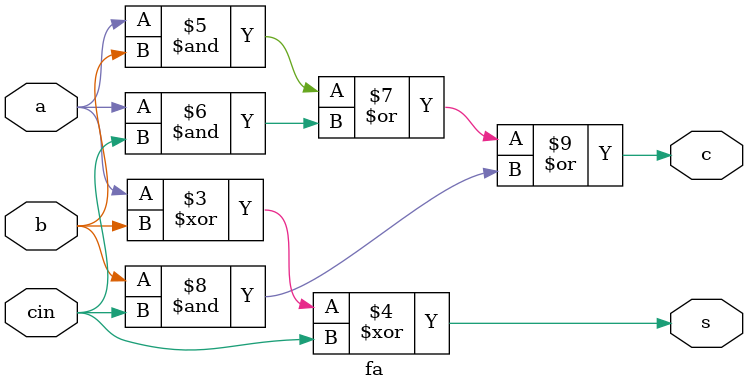
<source format=v>
`timescale 1ns / 1ps
module sixteenbitarraymultiplier(
    output [31:0] c,
    input [15:0] a,
    input [15:0] b
    );

reg [15:0]p[15:0];

//partialmulti pp(p,a,b);
integer i,j;
	always @(a or b)
	begin		
		for(i=0; i<=15; i=i+1)
		begin

			if(b[i] === 1)
			begin
			p[i]<=a;
			end
			else
			p[i] <=16'b0000000000000000;
		end


	end

buf(c[0],p[0][0]);

wire s10,s11,s12,s13,s14,s15,s16,s17,s18,s19,s110,s111,s112,s113,s114,s115,cout1,cin;
//buf(cin,1'b0);
//buf(cout1,1'b0);
singlelevel lv1(p[0][1],p[0][2],p[0][3],p[0][4],p[0][5],p[0][6],p[0][7],p[0][8],p[0][9],p[0][10],p[0][11],p[0][12],p[0][13],p[0][14],p[0][15],1'b0,p[1][0],p[1][1],p[1][2],p[1][3],p[1][4],p[1][5],p[1][6],p[1][7],p[1][8],p[1][9],p[1][10],p[1][11],p[1][12],p[1][13],p[1][14],p[1][15],s10,s11,s12,s13,s14,s15,s16,s17,s18,s19,s110,s111,s112,s113,s114,s115,cout1);
buf(c[1],s10);

wire s20,s21,s22,s23,s24,s25,s26,s27,s28,s29,s210,s211,s212,s213,s214,s215,cout2;
//buf(cout2,1'b0);
singlelevel lv2(s11,s12,s13,s14,s15,s16,s17,s18,s19,s110,s111,s112,s113,s114,s115,cout1,p[2][0],p[2][1],p[2][2],p[2][3],p[2][4],p[2][5],p[2][6],p[2][7],p[2][8],p[2][9],p[2][10],p[2][11],p[2][12],p[2][13],p[2][14],p[2][15],s20,s21,s22,s23,s24,s25,s26,s27,s28,s29,s210,s211,s212,s213,s214,s215,cout2);
buf(c[2],s20);

wire s30,s31,s32,s33,s34,s35,s36,s37,s38,s39,s310,s311,s312,s313,s314,s315,cout3;
//buf(cout3,1'b0);
singlelevel lv3(s21,s22,s23,s24,s25,s26,s27,s28,s29,s210,s211,s212,s213,s214,s215,cout2,p[3][0],p[3][1],p[3][2],p[3][3],p[3][4],p[3][5],p[3][6],p[3][7],p[3][8],p[3][9],p[3][10],p[3][11],p[3][12],p[3][13],p[3][14],p[3][15],s30,s31,s32,s33,s34,s35,s36,s37,s38,s39,s310,s311,s312,s313,s314,s315,cout3);
buf(c[3],s30);

wire s40,s41,s42,s43,s44,s45,s46,s47,s48,s49,s410,s411,s412,s413,s414,s415,cout4;
//buf(cout4,1'b0);
singlelevel lv4(s31,s32,s33,s34,s35,s36,s37,s38,s39,s310,s311,s312,s313,s314,s315,cout3,p[4][0],p[4][1],p[4][2],p[4][3],p[4][4],p[4][5],p[4][6],p[4][7],p[4][8],p[4][9],p[4][10],p[4][11],p[4][12],p[4][13],p[4][14],p[4][15],s40,s41,s42,s43,s44,s45,s46,s47,s48,s49,s410,s411,s412,s413,s414,s415,cout4);
buf(c[4],s40);

wire s50,s51,s52,s53,s54,s55,s56,s57,s58,s59,s510,s511,s512,s513,s514,s515,cout5;
//buf(cout5,1'b0);
singlelevel lv5(s41,s42,s43,s44,s45,s46,s47,s48,s49,s410,s411,s412,s413,s414,s415,cout4,p[5][0],p[5][1],p[5][2],p[5][3],p[5][4],p[5][5],p[5][6],p[5][7],p[5][8],p[5][9],p[5][10],p[5][11],p[5][12],p[5][13],p[5][14],p[5][15],s50,s51,s52,s53,s54,s55,s56,s57,s58,s59,s510,s511,s512,s513,s514,s515,cout5);
buf(c[5],s50);

wire s60,s61,s62,s63,s64,s65,s66,s67,s68,s69,s610,s611,s612,s613,s614,s615,cout6;
//buf(cout6,1'b0);
singlelevel lv6(s51,s52,s53,s54,s55,s56,s57,s58,s59,s510,s511,s512,s513,s514,s515,cout5,p[6][0],p[6][1],p[6][2],p[6][3],p[6][4],p[6][5],p[6][6],p[6][7],p[6][8],p[6][9],p[6][10],p[6][11],p[6][12],p[6][13],p[6][14],p[6][15],s60,s61,s62,s63,s64,s65,s66,s67,s68,s69,s610,s611,s612,s613,s614,s615,cout6);
buf(c[6],s60);

wire s70,s71,s72,s73,s74,s75,s76,s77,s78,s79,s710,s711,s712,s713,s714,s715,cout7;
//buf(cout7,1'b0);
singlelevel lv7(s61,s62,s63,s64,s65,s66,s67,s68,s69,s610,s611,s612,s613,s614,s615,cout6,p[7][0],p[7][1],p[7][2],p[7][3],p[7][4],p[7][5],p[7][6],p[7][7],p[7][8],p[7][9],p[7][10],p[7][11],p[7][12],p[7][13],p[7][14],p[7][15],s70,s71,s72,s73,s74,s75,s76,s77,s78,s79,s710,s711,s712,s713,s714,s715,cout7);
buf(c[7],s70);

wire s80,s81,s82,s83,s84,s85,s86,s87,s88,s89,s810,s811,s812,s813,s814,s815,cout8;
//buf(cout8,1'b0);
singlelevel lv8(s71,s72,s73,s74,s75,s76,s77,s78,s79,s710,s711,s712,s713,s714,s715,cout7,p[8][0],p[8][1],p[8][2],p[8][3],p[8][4],p[8][5],p[8][6],p[8][7],p[8][8],p[8][9],p[8][10],p[8][11],p[8][12],p[8][13],p[8][14],p[8][15],s80,s81,s82,s83,s84,s85,s86,s87,s88,s89,s810,s811,s812,s813,s814,s815,cout8);
buf(c[8],s80);

wire s90,s91,s92,s93,s94,s95,s96,s97,s98,s99,s910,s911,s912,s913,s914,s915,cout9;
//buf(cout9,1'b0);
singlelevel lv9(s81,s82,s83,s84,s85,s86,s87,s88,s89,s810,s811,s812,s813,s814,s815,cout8,p[9][0],p[9][1],p[9][2],p[9][3],p[9][4],p[9][5],p[9][6],p[9][7],p[9][8],p[9][9],p[9][10],p[9][11],p[9][12],p[9][13],p[9][14],p[9][15],s90,s91,s92,s93,s94,s95,s96,s97,s98,s99,s910,s911,s912,s913,s914,s915,cout9);
buf(c[9],s90);

wire s100,s101,s102,s103,s104,s105,s106,s107,s108,s109,s1010,s1011,s1012,s1013,s1014,s1015,cout10;
//buf(cout10,1'b0);
singlelevel lv10(s91,s92,s93,s94,s95,s96,s97,s98,s99,s910,s911,s912,s913,s914,s915,cout9,p[10][0],p[10][1],p[10][2],p[10][3],p[10][4],p[10][5],p[10][6],p[10][7],p[10][8],p[10][9],p[10][10],p[10][11],p[10][12],p[10][13],p[10][14],p[10][15],s100,s101,s102,s103,s104,s105,s106,s107,s108,s109,s1010,s1011,s1012,s1013,s1014,s1015,cout10);
buf(c[10],s100);

wire s110_,s111_,s112_,s113_,s114_,s115_,s116,s117,s118,s119,s1110,s1111,s1112,s1113,s1114,s1115,cout11;
//buf(cout11,1'b0);
singlelevel lv11(s101,s102,s103,s104,s105,s106,s107,s108,s109,s1010,s1011,s1012,s1013,s1014,s1015,cout10,p[11][0],p[11][1],p[11][2],p[11][3],p[11][4],p[11][5],p[11][6],p[11][7],p[11][8],p[11][9],p[11][10],p[11][11],p[11][12],p[11][13],p[11][14],p[11][15],s110_,s111_,s112_,s113_,s114_,s115_,s116,s117,s118,s119,s1110,s1111,s1112,s1113,s1114,s1115,cout11);
buf(c[11],s110_);

wire s120,s121,s122,s123,s124,s125,s126,s127,s128,s129,s1210,s1211,s1212,s1213,s1214,s1215,cout12;
//buf(cout12,1'b0);
singlelevel lv12(s111_,s112_,s113_,s114_,s115_,s116,s117,s118,s119,s1110,s1111,s1112,s1113,s1114,s1115,cout11,p[12][0],p[12][1],p[12][2],p[12][3],p[12][4],p[12][5],p[12][6],p[12][7],p[12][8],p[12][9],p[12][10],p[12][11],p[12][12],p[12][13],p[12][14],p[12][15],s120,s121,s122,s123,s124,s125,s126,s127,s128,s129,s1210,s1211,s1212,s1213,s1214,s1215,cout12);
buf(c[12],s120);

wire s130,s131,s132,s133,s134,s135,s136,s137,s138,s139,s1310,s1311,s1312,s1313,s1314,s1315,cout13;
//buf(cout13,1'b0);
singlelevel lv13(s121,s122,s123,s124,s125,s126,s127,s128,s129,s1210,s1211,s1212,s1213,s1214,s1215,cout12,p[13][0],p[13][1],p[13][2],p[13][3],p[13][4],p[13][5],p[13][6],p[13][7],p[13][8],p[13][9],p[13][10],p[13][11],p[13][12],p[13][13],p[13][14],p[13][15],s130,s131,s132,s133,s134,s135,s136,s137,s138,s139,s1310,s1311,s1312,s1313,s1314,s1315,cout13);
buf(c[13],s130);

wire s140,s141,s142,s143,s144,s145,s146,s147,s148,s149,s1410,s1411,s1412,s1413,s1414,s1415,cout14;
//buf(cout14,1'b0);
singlelevel lv14(s131,s132,s133,s134,s135,s136,s137,s138,s139,s1310,s1311,s1312,s1313,s1314,s1315,cout13,p[14][0],p[14][1],p[14][2],p[14][3],p[14][4],p[14][5],p[14][6],p[14][7],p[14][8],p[14][9],p[14][10],p[14][11],p[14][12],p[14][13],p[14][14],p[14][15],s140,s141,s142,s143,s144,s145,s146,s147,s148,s149,s1410,s1411,s1412,s1413,s1414,s1415,cout14);
buf(c[14],s140);


singlelevel lv15(s141,s142,s143,s144,s145,s146,s147,s148,s149,s1410,s1411,s1412,s1413,s1414,s1415,cout14,p[15][0],p[15][1],p[15][2],p[15][3],p[15][4],p[15][5],p[15][6],p[15][7],p[15][8],p[15][9],p[15][10],p[15][11],p[15][12],p[15][13],p[15][14],p[15][15],c[15],c[16],c[17],c[18],c[19],c[20],c[21],c[22],c[23],c[24],c[25],c[26],c[27],c[28],c[29],c[30],c[31]);


endmodule


module singlelevel(

input a11,a12,a13,a14,a15,a16,a17,a18,a19,a110,a111,a112,a113,a114,a115,cin,b00,b01,b02,b03,b04,b05,b06,b07,b08,b09,b010,b011,b012,b013,b014,b015,
output s10,s11,s12,s13,s14,s15,s16,s17,s18,s19,s110,s111,s112,s113,s114,s115,cout);

wire c10,c11,c12,c13,c14,c15,c16,c17,c18,c19,c110,c111,c112,c113,c114,c115;
ha ha11(a11,b00,s10,c10);
fa fa12(a12,b01,c10,s11,c11);
fa fa13(a13,b02,c11,s12,c12);
fa fa14(a14,b03,c12,s13,c13);
fa fa15(a15,b04,c13,s14,c14);
fa fa16(a16,b05,c14,s15,c15);
fa fa17(a17,b06,c15,s16,c16);
fa fa18(a18,b07,c16,s17,c17);
fa fa19(a19,b08,c17,s18,c18);
fa fa20(a110,b09,c18,s19,c19);
fa fa21(a111,b010,c19,s110,c110);
fa fa22(a112,b011,c110,s111,c111);
fa fa23(a113,b012,c111,s112,c112);
fa fa24(a114,b013,c112,s113,c113);
fa fa25(a115,b014,c113,s114,c114);
fa fa26(b015,c114,cin,s115,cout);


endmodule


module ha(
input a,b,
output s,c);
xor g1(s,a,b);
and g2(c,a,b);
endmodule

module fa(a, b, cin, s, c);
input a, b, cin;
output s,c;
reg s, c;
always @(a or b or cin)
begin
	s= a ^ b ^ cin;
	c = (a & b) | (a & cin) | (b & cin);
end
endmodule

</source>
